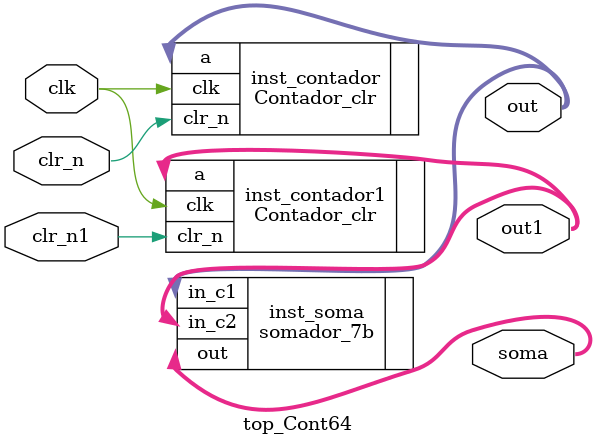
<source format=v>
module top_Cont64(
						input clk, clr_n, clr_n1,
						output[5:0] out, out1,
						output[6:0] soma);

Contador_clr inst_contador(
									.clk(clk),
									.clr_n(clr_n),
									.a(out)
									);
									
Contador_clr inst_contador1(
									.clk(clk),
									.clr_n(clr_n1),
									.a(out1)
									);
									
//Contador_clr inst_contador1(
//									.clk(clk),
//									.clr_n(!clr_n),
//									.a(out1)
//									);
									
somador_7b inst_soma(
							.in_c1(out),
							.in_c2(out1),
							.out(soma)
						);
						
endmodule

</source>
